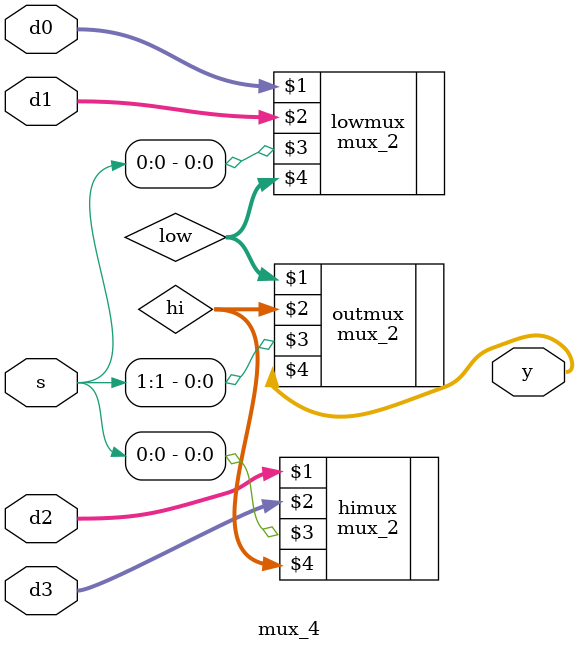
<source format=sv>
`timescale 1ns / 1ps

module mux_4 #(parameter width=8)(
        input  logic [width-1:0] d0, d1, d2, d3,
        input  logic [1:0]       s,
        output logic [width-1:0] y);

    logic [width-1:0] low, hi;

    mux_2 #(width) lowmux(d0,  d1, s[0], low);
    mux_2 #(width) himux (d2,  d3, s[0], hi );
    mux_2 #(width) outmux(low, hi, s[1], y  );

endmodule

</source>
